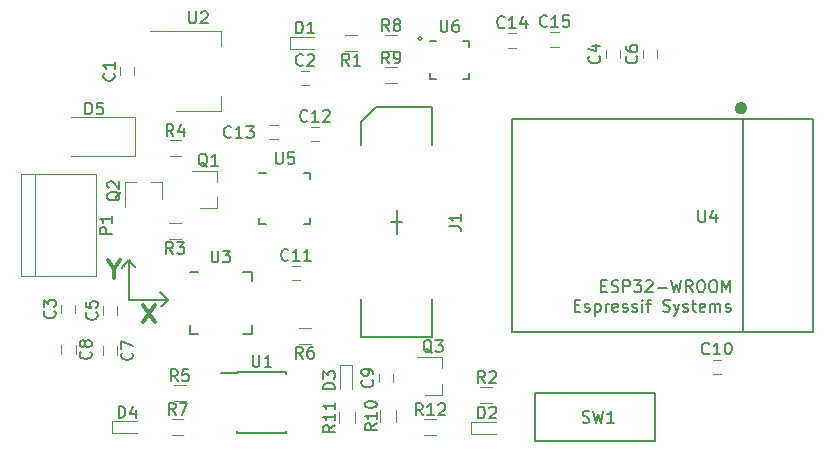
<source format=gto>
G04 #@! TF.GenerationSoftware,KiCad,Pcbnew,no-vcs-found-ecdfa40~58~ubuntu16.04.1*
G04 #@! TF.CreationDate,2017-03-20T23:32:10+01:00*
G04 #@! TF.ProjectId,GhostESP32,47686F737445535033322E6B69636164,rev?*
G04 #@! TF.FileFunction,Legend,Top*
G04 #@! TF.FilePolarity,Positive*
%FSLAX46Y46*%
G04 Gerber Fmt 4.6, Leading zero omitted, Abs format (unit mm)*
G04 Created by KiCad (PCBNEW no-vcs-found-ecdfa40~58~ubuntu16.04.1) date Mon Mar 20 23:32:10 2017*
%MOMM*%
%LPD*%
G01*
G04 APERTURE LIST*
%ADD10C,0.100000*%
%ADD11C,0.300000*%
%ADD12C,0.200000*%
%ADD13C,0.150000*%
%ADD14C,0.120000*%
%ADD15C,0.500000*%
G04 APERTURE END LIST*
D10*
D11*
X123637040Y-92765725D02*
X123637040Y-93480011D01*
X123137040Y-91980011D02*
X123637040Y-92765725D01*
X124137040Y-91980011D01*
X126146940Y-95749371D02*
X127146940Y-97249371D01*
X127146940Y-95749371D02*
X126146940Y-97249371D01*
D12*
X127612140Y-95862140D02*
X127716280Y-95862140D01*
X128229360Y-95349060D02*
X127716280Y-95862140D01*
X127594360Y-94714060D02*
X128229360Y-95349060D01*
X128229360Y-95349060D02*
X127594360Y-94714060D01*
X124919740Y-95349060D02*
X128229360Y-95349060D01*
X124919740Y-92146120D02*
X124919740Y-95349060D01*
X124477780Y-92463620D02*
X124477780Y-92481400D01*
X124371100Y-92588080D02*
X124477780Y-92481400D01*
X124317760Y-92641420D02*
X124371100Y-92588080D01*
X125432820Y-92570300D02*
X125432820Y-92552520D01*
X125204220Y-92323920D02*
X125432820Y-92552520D01*
X124901960Y-92021660D02*
X125204220Y-92323920D01*
X124406660Y-92516960D02*
X124901960Y-92021660D01*
X124901960Y-92021660D02*
X124406660Y-92516960D01*
X149746889Y-73192640D02*
G75*
G03X149746889Y-73192640I-168829J0D01*
G01*
D13*
X169511980Y-103268780D02*
X159351980Y-103268780D01*
X159351980Y-103268780D02*
X159351980Y-107332780D01*
X159351980Y-107332780D02*
X169511980Y-107332780D01*
X169511980Y-107332780D02*
X169511980Y-103268780D01*
X169511980Y-103268780D02*
X169511980Y-103268780D01*
D14*
X125385120Y-75656960D02*
X125385120Y-76356960D01*
X124185120Y-76356960D02*
X124185120Y-75656960D01*
X139507480Y-75991160D02*
X140207480Y-75991160D01*
X140207480Y-77191160D02*
X139507480Y-77191160D01*
X120376240Y-95781380D02*
X120376240Y-96481380D01*
X119176240Y-96481380D02*
X119176240Y-95781380D01*
X166492480Y-74188840D02*
X166492480Y-74888840D01*
X165292480Y-74888840D02*
X165292480Y-74188840D01*
X122732240Y-96603300D02*
X122732240Y-95903300D01*
X123932240Y-95903300D02*
X123932240Y-96603300D01*
X168435160Y-74904080D02*
X168435160Y-74204080D01*
X169635160Y-74204080D02*
X169635160Y-74904080D01*
X123932240Y-99296740D02*
X123932240Y-99996740D01*
X122732240Y-99996740D02*
X122732240Y-99296740D01*
X119216880Y-99915460D02*
X119216880Y-99215460D01*
X120416880Y-99215460D02*
X120416880Y-99915460D01*
X147272300Y-101633540D02*
X147272300Y-102333540D01*
X146072300Y-102333540D02*
X146072300Y-101633540D01*
X174351200Y-100428500D02*
X175051200Y-100428500D01*
X175051200Y-101628500D02*
X174351200Y-101628500D01*
X138532080Y-73099040D02*
X140632080Y-73099040D01*
X138532080Y-74099040D02*
X140632080Y-74099040D01*
X138532080Y-73099040D02*
X138532080Y-74099040D01*
X153934640Y-105689780D02*
X153934640Y-106689780D01*
X153934640Y-106689780D02*
X156034640Y-106689780D01*
X153934640Y-105689780D02*
X156034640Y-105689780D01*
X143781400Y-100833400D02*
X142781400Y-100833400D01*
X142781400Y-100833400D02*
X142781400Y-102933400D01*
X143781400Y-100833400D02*
X143781400Y-102933400D01*
X123505440Y-105646600D02*
X125605440Y-105646600D01*
X123505440Y-106646600D02*
X125605440Y-106646600D01*
X123505440Y-105646600D02*
X123505440Y-106646600D01*
X125465800Y-83204320D02*
X120065800Y-83204320D01*
X125465800Y-79904320D02*
X120065800Y-79904320D01*
X125465800Y-83204320D02*
X125465800Y-79904320D01*
D13*
X147594760Y-88778060D02*
X147094760Y-88778060D01*
X147594760Y-88778060D02*
X148094760Y-88778060D01*
X147594760Y-88778060D02*
X147594760Y-87778060D01*
X147594760Y-88778060D02*
X147594760Y-89778060D01*
X150594760Y-79028060D02*
X145844760Y-79028060D01*
X144594760Y-80278060D02*
X145844760Y-79028060D01*
X144594760Y-80278060D02*
X144594760Y-82278060D01*
X150594760Y-82278060D02*
X150594760Y-79028060D01*
X144594760Y-98528060D02*
X144594760Y-95278060D01*
X150594760Y-98528060D02*
X144594760Y-98528060D01*
X150594760Y-95278060D02*
X150594760Y-98528060D01*
D14*
X115761480Y-84677000D02*
X122171480Y-84677000D01*
X116991480Y-93377000D02*
X116991480Y-84677000D01*
X122171480Y-93377000D02*
X115761480Y-93377000D01*
X122171480Y-84677000D02*
X122171480Y-93377000D01*
X115761480Y-84677000D02*
X115761480Y-93377000D01*
X132428520Y-87609800D02*
X132428520Y-86679800D01*
X132428520Y-84449800D02*
X132428520Y-85379800D01*
X132428520Y-84449800D02*
X130268520Y-84449800D01*
X132428520Y-87609800D02*
X130968520Y-87609800D01*
X127744340Y-85361240D02*
X127744340Y-86821240D01*
X124584340Y-85361240D02*
X124584340Y-87521240D01*
X124584340Y-85361240D02*
X125514340Y-85361240D01*
X127744340Y-85361240D02*
X126814340Y-85361240D01*
X144248760Y-74304440D02*
X143248760Y-74304440D01*
X143248760Y-72944440D02*
X144248760Y-72944440D01*
X155650820Y-104078320D02*
X154650820Y-104078320D01*
X154650820Y-102718320D02*
X155650820Y-102718320D01*
X129326260Y-90242940D02*
X128326260Y-90242940D01*
X128326260Y-88882940D02*
X129326260Y-88882940D01*
X129371980Y-83179200D02*
X128371980Y-83179200D01*
X128371980Y-81819200D02*
X129371980Y-81819200D01*
X128725040Y-102568460D02*
X129725040Y-102568460D01*
X129725040Y-103928460D02*
X128725040Y-103928460D01*
X140327000Y-99099920D02*
X139327000Y-99099920D01*
X139327000Y-97739920D02*
X140327000Y-97739920D01*
X129554860Y-106783420D02*
X128554860Y-106783420D01*
X128554860Y-105423420D02*
X129554860Y-105423420D01*
X147588520Y-104681400D02*
X147588520Y-105681400D01*
X146228520Y-105681400D02*
X146228520Y-104681400D01*
X144047760Y-104808400D02*
X144047760Y-105808400D01*
X142687760Y-105808400D02*
X142687760Y-104808400D01*
D13*
X134104560Y-101538800D02*
X132704560Y-101538800D01*
X134104560Y-106638800D02*
X138254560Y-106638800D01*
X134104560Y-101488800D02*
X138254560Y-101488800D01*
X134104560Y-106638800D02*
X134104560Y-106493800D01*
X138254560Y-106638800D02*
X138254560Y-106493800D01*
X138254560Y-101488800D02*
X138254560Y-101633800D01*
X134104560Y-101488800D02*
X134104560Y-101538800D01*
D14*
X126695160Y-72575400D02*
X132705160Y-72575400D01*
X128945160Y-79395400D02*
X132705160Y-79395400D01*
X132705160Y-72575400D02*
X132705160Y-73835400D01*
X132705160Y-79395400D02*
X132705160Y-78135400D01*
D13*
X135321120Y-92976920D02*
X134571120Y-92976920D01*
X135321120Y-98226920D02*
X134571120Y-98226920D01*
X130071120Y-98226920D02*
X130821120Y-98226920D01*
X130071120Y-92976920D02*
X130821120Y-92976920D01*
X135321120Y-98226920D02*
X135321120Y-97476920D01*
X130071120Y-98226920D02*
X130071120Y-97476920D01*
X135321120Y-92976920D02*
X135321120Y-93726920D01*
D15*
X177032421Y-79131160D02*
G75*
G03X177032421Y-79131160I-283981J0D01*
G01*
D13*
X176894440Y-98037160D02*
X176894440Y-80037160D01*
X182894440Y-80037160D02*
X157394440Y-80037160D01*
X182894440Y-98037160D02*
X157394440Y-98037160D01*
X157394440Y-98037160D02*
X157394440Y-80037160D01*
X182894440Y-98037160D02*
X182894440Y-80037160D01*
D14*
X138717540Y-92506240D02*
X139417540Y-92506240D01*
X139417540Y-93706240D02*
X138717540Y-93706240D01*
X141035520Y-81918100D02*
X140335520Y-81918100D01*
X140335520Y-80718100D02*
X141035520Y-80718100D01*
X136831020Y-80578400D02*
X137531020Y-80578400D01*
X137531020Y-81778400D02*
X136831020Y-81778400D01*
X157030940Y-72795840D02*
X157730940Y-72795840D01*
X157730940Y-73995840D02*
X157030940Y-73995840D01*
X161322500Y-73906940D02*
X160622500Y-73906940D01*
X160622500Y-72706940D02*
X161322500Y-72706940D01*
X147629500Y-74268880D02*
X146629500Y-74268880D01*
X146629500Y-72908880D02*
X147629500Y-72908880D01*
X146621880Y-75654620D02*
X147621880Y-75654620D01*
X147621880Y-77014620D02*
X146621880Y-77014620D01*
D13*
X140287900Y-84613860D02*
X139762900Y-84613860D01*
X140287900Y-88913860D02*
X139762900Y-88913860D01*
X135987900Y-88913860D02*
X136512900Y-88913860D01*
X135987900Y-84613860D02*
X136512900Y-84613860D01*
X140287900Y-88913860D02*
X140287900Y-88388860D01*
X135987900Y-88913860D02*
X135987900Y-88388860D01*
X140287900Y-84613860D02*
X140287900Y-85138860D01*
X153704220Y-73440320D02*
X153204220Y-73440320D01*
X153704220Y-76690320D02*
X153204220Y-76690320D01*
X150454220Y-76690320D02*
X150954220Y-76690320D01*
X150454220Y-73440320D02*
X150954220Y-73440320D01*
X153704220Y-76690320D02*
X153704220Y-76190320D01*
X150454220Y-76690320D02*
X150454220Y-76190320D01*
X153704220Y-73440320D02*
X153704220Y-73940320D01*
D14*
X151445500Y-103390820D02*
X149985500Y-103390820D01*
X151445500Y-100230820D02*
X149285500Y-100230820D01*
X151445500Y-100230820D02*
X151445500Y-101160820D01*
X151445500Y-103390820D02*
X151445500Y-102460820D01*
X149949280Y-105443740D02*
X150949280Y-105443740D01*
X150949280Y-106803740D02*
X149949280Y-106803740D01*
D13*
X163352646Y-105705541D02*
X163495503Y-105753160D01*
X163733599Y-105753160D01*
X163828837Y-105705541D01*
X163876456Y-105657922D01*
X163924075Y-105562684D01*
X163924075Y-105467446D01*
X163876456Y-105372208D01*
X163828837Y-105324589D01*
X163733599Y-105276970D01*
X163543122Y-105229351D01*
X163447884Y-105181732D01*
X163400265Y-105134113D01*
X163352646Y-105038875D01*
X163352646Y-104943637D01*
X163400265Y-104848399D01*
X163447884Y-104800780D01*
X163543122Y-104753160D01*
X163781218Y-104753160D01*
X163924075Y-104800780D01*
X164257408Y-104753160D02*
X164495503Y-105753160D01*
X164685980Y-105038875D01*
X164876456Y-105753160D01*
X165114551Y-104753160D01*
X166019313Y-105753160D02*
X165447884Y-105753160D01*
X165733599Y-105753160D02*
X165733599Y-104753160D01*
X165638360Y-104896018D01*
X165543122Y-104991256D01*
X165447884Y-105038875D01*
X123642262Y-76173626D02*
X123689881Y-76221245D01*
X123737500Y-76364102D01*
X123737500Y-76459340D01*
X123689881Y-76602198D01*
X123594643Y-76697436D01*
X123499405Y-76745055D01*
X123308929Y-76792674D01*
X123166072Y-76792674D01*
X122975596Y-76745055D01*
X122880358Y-76697436D01*
X122785120Y-76602198D01*
X122737500Y-76459340D01*
X122737500Y-76364102D01*
X122785120Y-76221245D01*
X122832739Y-76173626D01*
X123737500Y-75221245D02*
X123737500Y-75792674D01*
X123737500Y-75506960D02*
X122737500Y-75506960D01*
X122880358Y-75602198D01*
X122975596Y-75697436D01*
X123023215Y-75792674D01*
X139690813Y-75448302D02*
X139643194Y-75495921D01*
X139500337Y-75543540D01*
X139405099Y-75543540D01*
X139262241Y-75495921D01*
X139167003Y-75400683D01*
X139119384Y-75305445D01*
X139071765Y-75114969D01*
X139071765Y-74972112D01*
X139119384Y-74781636D01*
X139167003Y-74686398D01*
X139262241Y-74591160D01*
X139405099Y-74543540D01*
X139500337Y-74543540D01*
X139643194Y-74591160D01*
X139690813Y-74638779D01*
X140071765Y-74638779D02*
X140119384Y-74591160D01*
X140214622Y-74543540D01*
X140452718Y-74543540D01*
X140547956Y-74591160D01*
X140595575Y-74638779D01*
X140643194Y-74734017D01*
X140643194Y-74829255D01*
X140595575Y-74972112D01*
X140024146Y-75543540D01*
X140643194Y-75543540D01*
X118633382Y-96298046D02*
X118681001Y-96345665D01*
X118728620Y-96488522D01*
X118728620Y-96583760D01*
X118681001Y-96726618D01*
X118585763Y-96821856D01*
X118490525Y-96869475D01*
X118300049Y-96917094D01*
X118157192Y-96917094D01*
X117966716Y-96869475D01*
X117871478Y-96821856D01*
X117776240Y-96726618D01*
X117728620Y-96583760D01*
X117728620Y-96488522D01*
X117776240Y-96345665D01*
X117823859Y-96298046D01*
X117728620Y-95964713D02*
X117728620Y-95345665D01*
X118109573Y-95678999D01*
X118109573Y-95536141D01*
X118157192Y-95440903D01*
X118204811Y-95393284D01*
X118300049Y-95345665D01*
X118538144Y-95345665D01*
X118633382Y-95393284D01*
X118681001Y-95440903D01*
X118728620Y-95536141D01*
X118728620Y-95821856D01*
X118681001Y-95917094D01*
X118633382Y-95964713D01*
X164749622Y-74705506D02*
X164797241Y-74753125D01*
X164844860Y-74895982D01*
X164844860Y-74991220D01*
X164797241Y-75134078D01*
X164702003Y-75229316D01*
X164606765Y-75276935D01*
X164416289Y-75324554D01*
X164273432Y-75324554D01*
X164082956Y-75276935D01*
X163987718Y-75229316D01*
X163892480Y-75134078D01*
X163844860Y-74991220D01*
X163844860Y-74895982D01*
X163892480Y-74753125D01*
X163940099Y-74705506D01*
X164178194Y-73848363D02*
X164844860Y-73848363D01*
X163797241Y-74086459D02*
X164511527Y-74324554D01*
X164511527Y-73705506D01*
X122189382Y-96419966D02*
X122237001Y-96467585D01*
X122284620Y-96610442D01*
X122284620Y-96705680D01*
X122237001Y-96848538D01*
X122141763Y-96943776D01*
X122046525Y-96991395D01*
X121856049Y-97039014D01*
X121713192Y-97039014D01*
X121522716Y-96991395D01*
X121427478Y-96943776D01*
X121332240Y-96848538D01*
X121284620Y-96705680D01*
X121284620Y-96610442D01*
X121332240Y-96467585D01*
X121379859Y-96419966D01*
X121284620Y-95515204D02*
X121284620Y-95991395D01*
X121760811Y-96039014D01*
X121713192Y-95991395D01*
X121665573Y-95896157D01*
X121665573Y-95658061D01*
X121713192Y-95562823D01*
X121760811Y-95515204D01*
X121856049Y-95467585D01*
X122094144Y-95467585D01*
X122189382Y-95515204D01*
X122237001Y-95562823D01*
X122284620Y-95658061D01*
X122284620Y-95896157D01*
X122237001Y-95991395D01*
X122189382Y-96039014D01*
X167892302Y-74720746D02*
X167939921Y-74768365D01*
X167987540Y-74911222D01*
X167987540Y-75006460D01*
X167939921Y-75149318D01*
X167844683Y-75244556D01*
X167749445Y-75292175D01*
X167558969Y-75339794D01*
X167416112Y-75339794D01*
X167225636Y-75292175D01*
X167130398Y-75244556D01*
X167035160Y-75149318D01*
X166987540Y-75006460D01*
X166987540Y-74911222D01*
X167035160Y-74768365D01*
X167082779Y-74720746D01*
X166987540Y-73863603D02*
X166987540Y-74054080D01*
X167035160Y-74149318D01*
X167082779Y-74196937D01*
X167225636Y-74292175D01*
X167416112Y-74339794D01*
X167797064Y-74339794D01*
X167892302Y-74292175D01*
X167939921Y-74244556D01*
X167987540Y-74149318D01*
X167987540Y-73958841D01*
X167939921Y-73863603D01*
X167892302Y-73815984D01*
X167797064Y-73768365D01*
X167558969Y-73768365D01*
X167463731Y-73815984D01*
X167416112Y-73863603D01*
X167368493Y-73958841D01*
X167368493Y-74149318D01*
X167416112Y-74244556D01*
X167463731Y-74292175D01*
X167558969Y-74339794D01*
X125189382Y-99813406D02*
X125237001Y-99861025D01*
X125284620Y-100003882D01*
X125284620Y-100099120D01*
X125237001Y-100241978D01*
X125141763Y-100337216D01*
X125046525Y-100384835D01*
X124856049Y-100432454D01*
X124713192Y-100432454D01*
X124522716Y-100384835D01*
X124427478Y-100337216D01*
X124332240Y-100241978D01*
X124284620Y-100099120D01*
X124284620Y-100003882D01*
X124332240Y-99861025D01*
X124379859Y-99813406D01*
X124284620Y-99480073D02*
X124284620Y-98813406D01*
X125284620Y-99241978D01*
X121674022Y-99732126D02*
X121721641Y-99779745D01*
X121769260Y-99922602D01*
X121769260Y-100017840D01*
X121721641Y-100160698D01*
X121626403Y-100255936D01*
X121531165Y-100303555D01*
X121340689Y-100351174D01*
X121197832Y-100351174D01*
X121007356Y-100303555D01*
X120912118Y-100255936D01*
X120816880Y-100160698D01*
X120769260Y-100017840D01*
X120769260Y-99922602D01*
X120816880Y-99779745D01*
X120864499Y-99732126D01*
X121197832Y-99160698D02*
X121150213Y-99255936D01*
X121102594Y-99303555D01*
X121007356Y-99351174D01*
X120959737Y-99351174D01*
X120864499Y-99303555D01*
X120816880Y-99255936D01*
X120769260Y-99160698D01*
X120769260Y-98970221D01*
X120816880Y-98874983D01*
X120864499Y-98827364D01*
X120959737Y-98779745D01*
X121007356Y-98779745D01*
X121102594Y-98827364D01*
X121150213Y-98874983D01*
X121197832Y-98970221D01*
X121197832Y-99160698D01*
X121245451Y-99255936D01*
X121293070Y-99303555D01*
X121388308Y-99351174D01*
X121578784Y-99351174D01*
X121674022Y-99303555D01*
X121721641Y-99255936D01*
X121769260Y-99160698D01*
X121769260Y-98970221D01*
X121721641Y-98874983D01*
X121674022Y-98827364D01*
X121578784Y-98779745D01*
X121388308Y-98779745D01*
X121293070Y-98827364D01*
X121245451Y-98874983D01*
X121197832Y-98970221D01*
X145529442Y-102150206D02*
X145577061Y-102197825D01*
X145624680Y-102340682D01*
X145624680Y-102435920D01*
X145577061Y-102578778D01*
X145481823Y-102674016D01*
X145386585Y-102721635D01*
X145196109Y-102769254D01*
X145053252Y-102769254D01*
X144862776Y-102721635D01*
X144767538Y-102674016D01*
X144672300Y-102578778D01*
X144624680Y-102435920D01*
X144624680Y-102340682D01*
X144672300Y-102197825D01*
X144719919Y-102150206D01*
X145624680Y-101674016D02*
X145624680Y-101483540D01*
X145577061Y-101388301D01*
X145529442Y-101340682D01*
X145386585Y-101245444D01*
X145196109Y-101197825D01*
X144815157Y-101197825D01*
X144719919Y-101245444D01*
X144672300Y-101293063D01*
X144624680Y-101388301D01*
X144624680Y-101578778D01*
X144672300Y-101674016D01*
X144719919Y-101721635D01*
X144815157Y-101769254D01*
X145053252Y-101769254D01*
X145148490Y-101721635D01*
X145196109Y-101674016D01*
X145243728Y-101578778D01*
X145243728Y-101388301D01*
X145196109Y-101293063D01*
X145148490Y-101245444D01*
X145053252Y-101197825D01*
X174058342Y-99885642D02*
X174010723Y-99933261D01*
X173867866Y-99980880D01*
X173772628Y-99980880D01*
X173629771Y-99933261D01*
X173534533Y-99838023D01*
X173486914Y-99742785D01*
X173439295Y-99552309D01*
X173439295Y-99409452D01*
X173486914Y-99218976D01*
X173534533Y-99123738D01*
X173629771Y-99028500D01*
X173772628Y-98980880D01*
X173867866Y-98980880D01*
X174010723Y-99028500D01*
X174058342Y-99076119D01*
X175010723Y-99980880D02*
X174439295Y-99980880D01*
X174725009Y-99980880D02*
X174725009Y-98980880D01*
X174629771Y-99123738D01*
X174534533Y-99218976D01*
X174439295Y-99266595D01*
X175629771Y-98980880D02*
X175725009Y-98980880D01*
X175820247Y-99028500D01*
X175867866Y-99076119D01*
X175915485Y-99171357D01*
X175963104Y-99361833D01*
X175963104Y-99599928D01*
X175915485Y-99790404D01*
X175867866Y-99885642D01*
X175820247Y-99933261D01*
X175725009Y-99980880D01*
X175629771Y-99980880D01*
X175534533Y-99933261D01*
X175486914Y-99885642D01*
X175439295Y-99790404D01*
X175391676Y-99599928D01*
X175391676Y-99361833D01*
X175439295Y-99171357D01*
X175486914Y-99076119D01*
X175534533Y-99028500D01*
X175629771Y-98980880D01*
X139093984Y-72801420D02*
X139093984Y-71801420D01*
X139332080Y-71801420D01*
X139474937Y-71849040D01*
X139570175Y-71944278D01*
X139617794Y-72039516D01*
X139665413Y-72229992D01*
X139665413Y-72372849D01*
X139617794Y-72563325D01*
X139570175Y-72658563D01*
X139474937Y-72753801D01*
X139332080Y-72801420D01*
X139093984Y-72801420D01*
X140617794Y-72801420D02*
X140046365Y-72801420D01*
X140332080Y-72801420D02*
X140332080Y-71801420D01*
X140236841Y-71944278D01*
X140141603Y-72039516D01*
X140046365Y-72087135D01*
X154496544Y-105392160D02*
X154496544Y-104392160D01*
X154734640Y-104392160D01*
X154877497Y-104439780D01*
X154972735Y-104535018D01*
X155020354Y-104630256D01*
X155067973Y-104820732D01*
X155067973Y-104963589D01*
X155020354Y-105154065D01*
X154972735Y-105249303D01*
X154877497Y-105344541D01*
X154734640Y-105392160D01*
X154496544Y-105392160D01*
X155448925Y-104487399D02*
X155496544Y-104439780D01*
X155591782Y-104392160D01*
X155829878Y-104392160D01*
X155925116Y-104439780D01*
X155972735Y-104487399D01*
X156020354Y-104582637D01*
X156020354Y-104677875D01*
X155972735Y-104820732D01*
X155401306Y-105392160D01*
X156020354Y-105392160D01*
X142367260Y-102942615D02*
X141367260Y-102942615D01*
X141367260Y-102704520D01*
X141414880Y-102561662D01*
X141510118Y-102466424D01*
X141605356Y-102418805D01*
X141795832Y-102371186D01*
X141938689Y-102371186D01*
X142129165Y-102418805D01*
X142224403Y-102466424D01*
X142319641Y-102561662D01*
X142367260Y-102704520D01*
X142367260Y-102942615D01*
X141367260Y-102037853D02*
X141367260Y-101418805D01*
X141748213Y-101752139D01*
X141748213Y-101609281D01*
X141795832Y-101514043D01*
X141843451Y-101466424D01*
X141938689Y-101418805D01*
X142176784Y-101418805D01*
X142272022Y-101466424D01*
X142319641Y-101514043D01*
X142367260Y-101609281D01*
X142367260Y-101894996D01*
X142319641Y-101990234D01*
X142272022Y-102037853D01*
X124067344Y-105348980D02*
X124067344Y-104348980D01*
X124305440Y-104348980D01*
X124448297Y-104396600D01*
X124543535Y-104491838D01*
X124591154Y-104587076D01*
X124638773Y-104777552D01*
X124638773Y-104920409D01*
X124591154Y-105110885D01*
X124543535Y-105206123D01*
X124448297Y-105301361D01*
X124305440Y-105348980D01*
X124067344Y-105348980D01*
X125495916Y-104682314D02*
X125495916Y-105348980D01*
X125257820Y-104301361D02*
X125019725Y-105015647D01*
X125638773Y-105015647D01*
X121247944Y-79649580D02*
X121247944Y-78649580D01*
X121486040Y-78649580D01*
X121628897Y-78697200D01*
X121724135Y-78792438D01*
X121771754Y-78887676D01*
X121819373Y-79078152D01*
X121819373Y-79221009D01*
X121771754Y-79411485D01*
X121724135Y-79506723D01*
X121628897Y-79601961D01*
X121486040Y-79649580D01*
X121247944Y-79649580D01*
X122724135Y-78649580D02*
X122247944Y-78649580D01*
X122200325Y-79125771D01*
X122247944Y-79078152D01*
X122343182Y-79030533D01*
X122581278Y-79030533D01*
X122676516Y-79078152D01*
X122724135Y-79125771D01*
X122771754Y-79221009D01*
X122771754Y-79459104D01*
X122724135Y-79554342D01*
X122676516Y-79601961D01*
X122581278Y-79649580D01*
X122343182Y-79649580D01*
X122247944Y-79601961D01*
X122200325Y-79554342D01*
X152047140Y-89111393D02*
X152761426Y-89111393D01*
X152904283Y-89159012D01*
X152999521Y-89254250D01*
X153047140Y-89397107D01*
X153047140Y-89492345D01*
X153047140Y-88111393D02*
X153047140Y-88682821D01*
X153047140Y-88397107D02*
X152047140Y-88397107D01*
X152189998Y-88492345D01*
X152285236Y-88587583D01*
X152332855Y-88682821D01*
X123483860Y-89765095D02*
X122483860Y-89765095D01*
X122483860Y-89384142D01*
X122531480Y-89288904D01*
X122579099Y-89241285D01*
X122674337Y-89193666D01*
X122817194Y-89193666D01*
X122912432Y-89241285D01*
X122960051Y-89288904D01*
X123007670Y-89384142D01*
X123007670Y-89765095D01*
X123483860Y-88241285D02*
X123483860Y-88812714D01*
X123483860Y-88527000D02*
X122483860Y-88527000D01*
X122626718Y-88622238D01*
X122721956Y-88717476D01*
X122769575Y-88812714D01*
X131573281Y-84077419D02*
X131478043Y-84029800D01*
X131382805Y-83934561D01*
X131239948Y-83791704D01*
X131144710Y-83744085D01*
X131049472Y-83744085D01*
X131097091Y-83982180D02*
X131001853Y-83934561D01*
X130906615Y-83839323D01*
X130858996Y-83648847D01*
X130858996Y-83315514D01*
X130906615Y-83125038D01*
X131001853Y-83029800D01*
X131097091Y-82982180D01*
X131287567Y-82982180D01*
X131382805Y-83029800D01*
X131478043Y-83125038D01*
X131525662Y-83315514D01*
X131525662Y-83648847D01*
X131478043Y-83839323D01*
X131382805Y-83934561D01*
X131287567Y-83982180D01*
X131097091Y-83982180D01*
X132478043Y-83982180D02*
X131906615Y-83982180D01*
X132192329Y-83982180D02*
X132192329Y-82982180D01*
X132097091Y-83125038D01*
X132001853Y-83220276D01*
X131906615Y-83267895D01*
X124211959Y-86216478D02*
X124164340Y-86311716D01*
X124069101Y-86406954D01*
X123926244Y-86549811D01*
X123878625Y-86645049D01*
X123878625Y-86740287D01*
X124116720Y-86692668D02*
X124069101Y-86787906D01*
X123973863Y-86883144D01*
X123783387Y-86930763D01*
X123450054Y-86930763D01*
X123259578Y-86883144D01*
X123164340Y-86787906D01*
X123116720Y-86692668D01*
X123116720Y-86502192D01*
X123164340Y-86406954D01*
X123259578Y-86311716D01*
X123450054Y-86264097D01*
X123783387Y-86264097D01*
X123973863Y-86311716D01*
X124069101Y-86406954D01*
X124116720Y-86502192D01*
X124116720Y-86692668D01*
X123211959Y-85883144D02*
X123164340Y-85835525D01*
X123116720Y-85740287D01*
X123116720Y-85502192D01*
X123164340Y-85406954D01*
X123211959Y-85359335D01*
X123307197Y-85311716D01*
X123402435Y-85311716D01*
X123545292Y-85359335D01*
X124116720Y-85930763D01*
X124116720Y-85311716D01*
X143582093Y-75526820D02*
X143248760Y-75050630D01*
X143010664Y-75526820D02*
X143010664Y-74526820D01*
X143391617Y-74526820D01*
X143486855Y-74574440D01*
X143534474Y-74622059D01*
X143582093Y-74717297D01*
X143582093Y-74860154D01*
X143534474Y-74955392D01*
X143486855Y-75003011D01*
X143391617Y-75050630D01*
X143010664Y-75050630D01*
X144534474Y-75526820D02*
X143963045Y-75526820D01*
X144248760Y-75526820D02*
X144248760Y-74526820D01*
X144153521Y-74669678D01*
X144058283Y-74764916D01*
X143963045Y-74812535D01*
X155080673Y-102395280D02*
X154747340Y-101919090D01*
X154509244Y-102395280D02*
X154509244Y-101395280D01*
X154890197Y-101395280D01*
X154985435Y-101442900D01*
X155033054Y-101490519D01*
X155080673Y-101585757D01*
X155080673Y-101728614D01*
X155033054Y-101823852D01*
X154985435Y-101871471D01*
X154890197Y-101919090D01*
X154509244Y-101919090D01*
X155461625Y-101490519D02*
X155509244Y-101442900D01*
X155604482Y-101395280D01*
X155842578Y-101395280D01*
X155937816Y-101442900D01*
X155985435Y-101490519D01*
X156033054Y-101585757D01*
X156033054Y-101680995D01*
X155985435Y-101823852D01*
X155414006Y-102395280D01*
X156033054Y-102395280D01*
X128659593Y-91465320D02*
X128326260Y-90989130D01*
X128088164Y-91465320D02*
X128088164Y-90465320D01*
X128469117Y-90465320D01*
X128564355Y-90512940D01*
X128611974Y-90560559D01*
X128659593Y-90655797D01*
X128659593Y-90798654D01*
X128611974Y-90893892D01*
X128564355Y-90941511D01*
X128469117Y-90989130D01*
X128088164Y-90989130D01*
X128992926Y-90465320D02*
X129611974Y-90465320D01*
X129278640Y-90846273D01*
X129421498Y-90846273D01*
X129516736Y-90893892D01*
X129564355Y-90941511D01*
X129611974Y-91036749D01*
X129611974Y-91274844D01*
X129564355Y-91370082D01*
X129516736Y-91417701D01*
X129421498Y-91465320D01*
X129135783Y-91465320D01*
X129040545Y-91417701D01*
X128992926Y-91370082D01*
X128705313Y-81501580D02*
X128371980Y-81025390D01*
X128133884Y-81501580D02*
X128133884Y-80501580D01*
X128514837Y-80501580D01*
X128610075Y-80549200D01*
X128657694Y-80596819D01*
X128705313Y-80692057D01*
X128705313Y-80834914D01*
X128657694Y-80930152D01*
X128610075Y-80977771D01*
X128514837Y-81025390D01*
X128133884Y-81025390D01*
X129562456Y-80834914D02*
X129562456Y-81501580D01*
X129324360Y-80453961D02*
X129086265Y-81168247D01*
X129705313Y-81168247D01*
X129058373Y-102250840D02*
X128725040Y-101774650D01*
X128486944Y-102250840D02*
X128486944Y-101250840D01*
X128867897Y-101250840D01*
X128963135Y-101298460D01*
X129010754Y-101346079D01*
X129058373Y-101441317D01*
X129058373Y-101584174D01*
X129010754Y-101679412D01*
X128963135Y-101727031D01*
X128867897Y-101774650D01*
X128486944Y-101774650D01*
X129963135Y-101250840D02*
X129486944Y-101250840D01*
X129439325Y-101727031D01*
X129486944Y-101679412D01*
X129582182Y-101631793D01*
X129820278Y-101631793D01*
X129915516Y-101679412D01*
X129963135Y-101727031D01*
X130010754Y-101822269D01*
X130010754Y-102060364D01*
X129963135Y-102155602D01*
X129915516Y-102203221D01*
X129820278Y-102250840D01*
X129582182Y-102250840D01*
X129486944Y-102203221D01*
X129439325Y-102155602D01*
X139660333Y-100322300D02*
X139327000Y-99846110D01*
X139088904Y-100322300D02*
X139088904Y-99322300D01*
X139469857Y-99322300D01*
X139565095Y-99369920D01*
X139612714Y-99417539D01*
X139660333Y-99512777D01*
X139660333Y-99655634D01*
X139612714Y-99750872D01*
X139565095Y-99798491D01*
X139469857Y-99846110D01*
X139088904Y-99846110D01*
X140517476Y-99322300D02*
X140327000Y-99322300D01*
X140231761Y-99369920D01*
X140184142Y-99417539D01*
X140088904Y-99560396D01*
X140041285Y-99750872D01*
X140041285Y-100131824D01*
X140088904Y-100227062D01*
X140136523Y-100274681D01*
X140231761Y-100322300D01*
X140422238Y-100322300D01*
X140517476Y-100274681D01*
X140565095Y-100227062D01*
X140612714Y-100131824D01*
X140612714Y-99893729D01*
X140565095Y-99798491D01*
X140517476Y-99750872D01*
X140422238Y-99703253D01*
X140231761Y-99703253D01*
X140136523Y-99750872D01*
X140088904Y-99798491D01*
X140041285Y-99893729D01*
X128888193Y-105105800D02*
X128554860Y-104629610D01*
X128316764Y-105105800D02*
X128316764Y-104105800D01*
X128697717Y-104105800D01*
X128792955Y-104153420D01*
X128840574Y-104201039D01*
X128888193Y-104296277D01*
X128888193Y-104439134D01*
X128840574Y-104534372D01*
X128792955Y-104581991D01*
X128697717Y-104629610D01*
X128316764Y-104629610D01*
X129221526Y-104105800D02*
X129888193Y-104105800D01*
X129459621Y-105105800D01*
X145910900Y-105824257D02*
X145434710Y-106157590D01*
X145910900Y-106395685D02*
X144910900Y-106395685D01*
X144910900Y-106014733D01*
X144958520Y-105919495D01*
X145006139Y-105871876D01*
X145101377Y-105824257D01*
X145244234Y-105824257D01*
X145339472Y-105871876D01*
X145387091Y-105919495D01*
X145434710Y-106014733D01*
X145434710Y-106395685D01*
X145910900Y-104871876D02*
X145910900Y-105443304D01*
X145910900Y-105157590D02*
X144910900Y-105157590D01*
X145053758Y-105252828D01*
X145148996Y-105348066D01*
X145196615Y-105443304D01*
X144910900Y-104252828D02*
X144910900Y-104157590D01*
X144958520Y-104062352D01*
X145006139Y-104014733D01*
X145101377Y-103967114D01*
X145291853Y-103919495D01*
X145529948Y-103919495D01*
X145720424Y-103967114D01*
X145815662Y-104014733D01*
X145863281Y-104062352D01*
X145910900Y-104157590D01*
X145910900Y-104252828D01*
X145863281Y-104348066D01*
X145815662Y-104395685D01*
X145720424Y-104443304D01*
X145529948Y-104490923D01*
X145291853Y-104490923D01*
X145101377Y-104443304D01*
X145006139Y-104395685D01*
X144958520Y-104348066D01*
X144910900Y-104252828D01*
X142370140Y-105951257D02*
X141893950Y-106284590D01*
X142370140Y-106522685D02*
X141370140Y-106522685D01*
X141370140Y-106141733D01*
X141417760Y-106046495D01*
X141465379Y-105998876D01*
X141560617Y-105951257D01*
X141703474Y-105951257D01*
X141798712Y-105998876D01*
X141846331Y-106046495D01*
X141893950Y-106141733D01*
X141893950Y-106522685D01*
X142370140Y-104998876D02*
X142370140Y-105570304D01*
X142370140Y-105284590D02*
X141370140Y-105284590D01*
X141512998Y-105379828D01*
X141608236Y-105475066D01*
X141655855Y-105570304D01*
X142370140Y-104046495D02*
X142370140Y-104617923D01*
X142370140Y-104332209D02*
X141370140Y-104332209D01*
X141512998Y-104427447D01*
X141608236Y-104522685D01*
X141655855Y-104617923D01*
X135417655Y-100016180D02*
X135417655Y-100825704D01*
X135465274Y-100920942D01*
X135512893Y-100968561D01*
X135608131Y-101016180D01*
X135798607Y-101016180D01*
X135893845Y-100968561D01*
X135941464Y-100920942D01*
X135989083Y-100825704D01*
X135989083Y-100016180D01*
X136989083Y-101016180D02*
X136417655Y-101016180D01*
X136703369Y-101016180D02*
X136703369Y-100016180D01*
X136608131Y-100159038D01*
X136512893Y-100254276D01*
X136417655Y-100301895D01*
X130033255Y-70937780D02*
X130033255Y-71747304D01*
X130080874Y-71842542D01*
X130128493Y-71890161D01*
X130223731Y-71937780D01*
X130414207Y-71937780D01*
X130509445Y-71890161D01*
X130557064Y-71842542D01*
X130604683Y-71747304D01*
X130604683Y-70937780D01*
X131033255Y-71033019D02*
X131080874Y-70985400D01*
X131176112Y-70937780D01*
X131414207Y-70937780D01*
X131509445Y-70985400D01*
X131557064Y-71033019D01*
X131604683Y-71128257D01*
X131604683Y-71223495D01*
X131557064Y-71366352D01*
X130985636Y-71937780D01*
X131604683Y-71937780D01*
X131934215Y-91179300D02*
X131934215Y-91988824D01*
X131981834Y-92084062D01*
X132029453Y-92131681D01*
X132124691Y-92179300D01*
X132315167Y-92179300D01*
X132410405Y-92131681D01*
X132458024Y-92084062D01*
X132505643Y-91988824D01*
X132505643Y-91179300D01*
X132886596Y-91179300D02*
X133505643Y-91179300D01*
X133172310Y-91560253D01*
X133315167Y-91560253D01*
X133410405Y-91607872D01*
X133458024Y-91655491D01*
X133505643Y-91750729D01*
X133505643Y-91988824D01*
X133458024Y-92084062D01*
X133410405Y-92131681D01*
X133315167Y-92179300D01*
X133029453Y-92179300D01*
X132934215Y-92131681D01*
X132886596Y-92084062D01*
X173151895Y-87783420D02*
X173151895Y-88592944D01*
X173199514Y-88688182D01*
X173247133Y-88735801D01*
X173342371Y-88783420D01*
X173532847Y-88783420D01*
X173628085Y-88735801D01*
X173675704Y-88688182D01*
X173723323Y-88592944D01*
X173723323Y-87783420D01*
X174628085Y-88116754D02*
X174628085Y-88783420D01*
X174389990Y-87735801D02*
X174151895Y-88450087D01*
X174770942Y-88450087D01*
X162684011Y-95823731D02*
X163017344Y-95823731D01*
X163160201Y-96347540D02*
X162684011Y-96347540D01*
X162684011Y-95347540D01*
X163160201Y-95347540D01*
X163541154Y-96299921D02*
X163636392Y-96347540D01*
X163826868Y-96347540D01*
X163922106Y-96299921D01*
X163969725Y-96204683D01*
X163969725Y-96157064D01*
X163922106Y-96061826D01*
X163826868Y-96014207D01*
X163684011Y-96014207D01*
X163588773Y-95966588D01*
X163541154Y-95871350D01*
X163541154Y-95823731D01*
X163588773Y-95728493D01*
X163684011Y-95680874D01*
X163826868Y-95680874D01*
X163922106Y-95728493D01*
X164398297Y-95680874D02*
X164398297Y-96680874D01*
X164398297Y-95728493D02*
X164493535Y-95680874D01*
X164684011Y-95680874D01*
X164779249Y-95728493D01*
X164826868Y-95776112D01*
X164874487Y-95871350D01*
X164874487Y-96157064D01*
X164826868Y-96252302D01*
X164779249Y-96299921D01*
X164684011Y-96347540D01*
X164493535Y-96347540D01*
X164398297Y-96299921D01*
X165303059Y-96347540D02*
X165303059Y-95680874D01*
X165303059Y-95871350D02*
X165350678Y-95776112D01*
X165398297Y-95728493D01*
X165493535Y-95680874D01*
X165588773Y-95680874D01*
X166303059Y-96299921D02*
X166207820Y-96347540D01*
X166017344Y-96347540D01*
X165922106Y-96299921D01*
X165874487Y-96204683D01*
X165874487Y-95823731D01*
X165922106Y-95728493D01*
X166017344Y-95680874D01*
X166207820Y-95680874D01*
X166303059Y-95728493D01*
X166350678Y-95823731D01*
X166350678Y-95918969D01*
X165874487Y-96014207D01*
X166731630Y-96299921D02*
X166826868Y-96347540D01*
X167017344Y-96347540D01*
X167112582Y-96299921D01*
X167160201Y-96204683D01*
X167160201Y-96157064D01*
X167112582Y-96061826D01*
X167017344Y-96014207D01*
X166874487Y-96014207D01*
X166779249Y-95966588D01*
X166731630Y-95871350D01*
X166731630Y-95823731D01*
X166779249Y-95728493D01*
X166874487Y-95680874D01*
X167017344Y-95680874D01*
X167112582Y-95728493D01*
X167541154Y-96299921D02*
X167636392Y-96347540D01*
X167826868Y-96347540D01*
X167922106Y-96299921D01*
X167969725Y-96204683D01*
X167969725Y-96157064D01*
X167922106Y-96061826D01*
X167826868Y-96014207D01*
X167684011Y-96014207D01*
X167588773Y-95966588D01*
X167541154Y-95871350D01*
X167541154Y-95823731D01*
X167588773Y-95728493D01*
X167684011Y-95680874D01*
X167826868Y-95680874D01*
X167922106Y-95728493D01*
X168398297Y-96347540D02*
X168398297Y-95680874D01*
X168398297Y-95347540D02*
X168350678Y-95395160D01*
X168398297Y-95442779D01*
X168445916Y-95395160D01*
X168398297Y-95347540D01*
X168398297Y-95442779D01*
X168731630Y-95680874D02*
X169112582Y-95680874D01*
X168874487Y-96347540D02*
X168874487Y-95490398D01*
X168922106Y-95395160D01*
X169017344Y-95347540D01*
X169112582Y-95347540D01*
X170160201Y-96299921D02*
X170303059Y-96347540D01*
X170541154Y-96347540D01*
X170636392Y-96299921D01*
X170684011Y-96252302D01*
X170731630Y-96157064D01*
X170731630Y-96061826D01*
X170684011Y-95966588D01*
X170636392Y-95918969D01*
X170541154Y-95871350D01*
X170350678Y-95823731D01*
X170255440Y-95776112D01*
X170207820Y-95728493D01*
X170160201Y-95633255D01*
X170160201Y-95538017D01*
X170207820Y-95442779D01*
X170255440Y-95395160D01*
X170350678Y-95347540D01*
X170588773Y-95347540D01*
X170731630Y-95395160D01*
X171064963Y-95680874D02*
X171303059Y-96347540D01*
X171541154Y-95680874D02*
X171303059Y-96347540D01*
X171207820Y-96585636D01*
X171160201Y-96633255D01*
X171064963Y-96680874D01*
X171874487Y-96299921D02*
X171969725Y-96347540D01*
X172160201Y-96347540D01*
X172255440Y-96299921D01*
X172303059Y-96204683D01*
X172303059Y-96157064D01*
X172255440Y-96061826D01*
X172160201Y-96014207D01*
X172017344Y-96014207D01*
X171922106Y-95966588D01*
X171874487Y-95871350D01*
X171874487Y-95823731D01*
X171922106Y-95728493D01*
X172017344Y-95680874D01*
X172160201Y-95680874D01*
X172255440Y-95728493D01*
X172588773Y-95680874D02*
X172969725Y-95680874D01*
X172731630Y-95347540D02*
X172731630Y-96204683D01*
X172779249Y-96299921D01*
X172874487Y-96347540D01*
X172969725Y-96347540D01*
X173684011Y-96299921D02*
X173588773Y-96347540D01*
X173398297Y-96347540D01*
X173303059Y-96299921D01*
X173255440Y-96204683D01*
X173255440Y-95823731D01*
X173303059Y-95728493D01*
X173398297Y-95680874D01*
X173588773Y-95680874D01*
X173684011Y-95728493D01*
X173731630Y-95823731D01*
X173731630Y-95918969D01*
X173255440Y-96014207D01*
X174160201Y-96347540D02*
X174160201Y-95680874D01*
X174160201Y-95776112D02*
X174207820Y-95728493D01*
X174303059Y-95680874D01*
X174445916Y-95680874D01*
X174541154Y-95728493D01*
X174588773Y-95823731D01*
X174588773Y-96347540D01*
X174588773Y-95823731D02*
X174636392Y-95728493D01*
X174731630Y-95680874D01*
X174874487Y-95680874D01*
X174969725Y-95728493D01*
X175017344Y-95823731D01*
X175017344Y-96347540D01*
X175445916Y-96299921D02*
X175541154Y-96347540D01*
X175731630Y-96347540D01*
X175826868Y-96299921D01*
X175874487Y-96204683D01*
X175874487Y-96157064D01*
X175826868Y-96061826D01*
X175731630Y-96014207D01*
X175588773Y-96014207D01*
X175493535Y-95966588D01*
X175445916Y-95871350D01*
X175445916Y-95823731D01*
X175493535Y-95728493D01*
X175588773Y-95680874D01*
X175731630Y-95680874D01*
X175826868Y-95728493D01*
X164946059Y-94172731D02*
X165279392Y-94172731D01*
X165422249Y-94696540D02*
X164946059Y-94696540D01*
X164946059Y-93696540D01*
X165422249Y-93696540D01*
X165803201Y-94648921D02*
X165946059Y-94696540D01*
X166184154Y-94696540D01*
X166279392Y-94648921D01*
X166327011Y-94601302D01*
X166374630Y-94506064D01*
X166374630Y-94410826D01*
X166327011Y-94315588D01*
X166279392Y-94267969D01*
X166184154Y-94220350D01*
X165993678Y-94172731D01*
X165898440Y-94125112D01*
X165850820Y-94077493D01*
X165803201Y-93982255D01*
X165803201Y-93887017D01*
X165850820Y-93791779D01*
X165898440Y-93744160D01*
X165993678Y-93696540D01*
X166231773Y-93696540D01*
X166374630Y-93744160D01*
X166803201Y-94696540D02*
X166803201Y-93696540D01*
X167184154Y-93696540D01*
X167279392Y-93744160D01*
X167327011Y-93791779D01*
X167374630Y-93887017D01*
X167374630Y-94029874D01*
X167327011Y-94125112D01*
X167279392Y-94172731D01*
X167184154Y-94220350D01*
X166803201Y-94220350D01*
X167707963Y-93696540D02*
X168327011Y-93696540D01*
X167993678Y-94077493D01*
X168136535Y-94077493D01*
X168231773Y-94125112D01*
X168279392Y-94172731D01*
X168327011Y-94267969D01*
X168327011Y-94506064D01*
X168279392Y-94601302D01*
X168231773Y-94648921D01*
X168136535Y-94696540D01*
X167850820Y-94696540D01*
X167755582Y-94648921D01*
X167707963Y-94601302D01*
X168707963Y-93791779D02*
X168755582Y-93744160D01*
X168850820Y-93696540D01*
X169088916Y-93696540D01*
X169184154Y-93744160D01*
X169231773Y-93791779D01*
X169279392Y-93887017D01*
X169279392Y-93982255D01*
X169231773Y-94125112D01*
X168660344Y-94696540D01*
X169279392Y-94696540D01*
X169707963Y-94315588D02*
X170469868Y-94315588D01*
X170850820Y-93696540D02*
X171088916Y-94696540D01*
X171279392Y-93982255D01*
X171469868Y-94696540D01*
X171707963Y-93696540D01*
X172660344Y-94696540D02*
X172327011Y-94220350D01*
X172088916Y-94696540D02*
X172088916Y-93696540D01*
X172469868Y-93696540D01*
X172565106Y-93744160D01*
X172612725Y-93791779D01*
X172660344Y-93887017D01*
X172660344Y-94029874D01*
X172612725Y-94125112D01*
X172565106Y-94172731D01*
X172469868Y-94220350D01*
X172088916Y-94220350D01*
X173279392Y-93696540D02*
X173469868Y-93696540D01*
X173565106Y-93744160D01*
X173660344Y-93839398D01*
X173707963Y-94029874D01*
X173707963Y-94363207D01*
X173660344Y-94553683D01*
X173565106Y-94648921D01*
X173469868Y-94696540D01*
X173279392Y-94696540D01*
X173184154Y-94648921D01*
X173088916Y-94553683D01*
X173041297Y-94363207D01*
X173041297Y-94029874D01*
X173088916Y-93839398D01*
X173184154Y-93744160D01*
X173279392Y-93696540D01*
X174327011Y-93696540D02*
X174517487Y-93696540D01*
X174612725Y-93744160D01*
X174707963Y-93839398D01*
X174755582Y-94029874D01*
X174755582Y-94363207D01*
X174707963Y-94553683D01*
X174612725Y-94648921D01*
X174517487Y-94696540D01*
X174327011Y-94696540D01*
X174231773Y-94648921D01*
X174136535Y-94553683D01*
X174088916Y-94363207D01*
X174088916Y-94029874D01*
X174136535Y-93839398D01*
X174231773Y-93744160D01*
X174327011Y-93696540D01*
X175184154Y-94696540D02*
X175184154Y-93696540D01*
X175517487Y-94410826D01*
X175850820Y-93696540D01*
X175850820Y-94696540D01*
X138424682Y-91963382D02*
X138377063Y-92011001D01*
X138234206Y-92058620D01*
X138138968Y-92058620D01*
X137996111Y-92011001D01*
X137900873Y-91915763D01*
X137853254Y-91820525D01*
X137805635Y-91630049D01*
X137805635Y-91487192D01*
X137853254Y-91296716D01*
X137900873Y-91201478D01*
X137996111Y-91106240D01*
X138138968Y-91058620D01*
X138234206Y-91058620D01*
X138377063Y-91106240D01*
X138424682Y-91153859D01*
X139377063Y-92058620D02*
X138805635Y-92058620D01*
X139091349Y-92058620D02*
X139091349Y-91058620D01*
X138996111Y-91201478D01*
X138900873Y-91296716D01*
X138805635Y-91344335D01*
X140329444Y-92058620D02*
X139758016Y-92058620D01*
X140043730Y-92058620D02*
X140043730Y-91058620D01*
X139948492Y-91201478D01*
X139853254Y-91296716D01*
X139758016Y-91344335D01*
X140042662Y-80175242D02*
X139995043Y-80222861D01*
X139852186Y-80270480D01*
X139756948Y-80270480D01*
X139614091Y-80222861D01*
X139518853Y-80127623D01*
X139471234Y-80032385D01*
X139423615Y-79841909D01*
X139423615Y-79699052D01*
X139471234Y-79508576D01*
X139518853Y-79413338D01*
X139614091Y-79318100D01*
X139756948Y-79270480D01*
X139852186Y-79270480D01*
X139995043Y-79318100D01*
X140042662Y-79365719D01*
X140995043Y-80270480D02*
X140423615Y-80270480D01*
X140709329Y-80270480D02*
X140709329Y-79270480D01*
X140614091Y-79413338D01*
X140518853Y-79508576D01*
X140423615Y-79556195D01*
X141375996Y-79365719D02*
X141423615Y-79318100D01*
X141518853Y-79270480D01*
X141756948Y-79270480D01*
X141852186Y-79318100D01*
X141899805Y-79365719D01*
X141947424Y-79460957D01*
X141947424Y-79556195D01*
X141899805Y-79699052D01*
X141328377Y-80270480D01*
X141947424Y-80270480D01*
X133583442Y-81548242D02*
X133535823Y-81595861D01*
X133392966Y-81643480D01*
X133297728Y-81643480D01*
X133154871Y-81595861D01*
X133059633Y-81500623D01*
X133012014Y-81405385D01*
X132964395Y-81214909D01*
X132964395Y-81072052D01*
X133012014Y-80881576D01*
X133059633Y-80786338D01*
X133154871Y-80691100D01*
X133297728Y-80643480D01*
X133392966Y-80643480D01*
X133535823Y-80691100D01*
X133583442Y-80738719D01*
X134535823Y-81643480D02*
X133964395Y-81643480D01*
X134250109Y-81643480D02*
X134250109Y-80643480D01*
X134154871Y-80786338D01*
X134059633Y-80881576D01*
X133964395Y-80929195D01*
X134869157Y-80643480D02*
X135488204Y-80643480D01*
X135154871Y-81024433D01*
X135297728Y-81024433D01*
X135392966Y-81072052D01*
X135440585Y-81119671D01*
X135488204Y-81214909D01*
X135488204Y-81453004D01*
X135440585Y-81548242D01*
X135392966Y-81595861D01*
X135297728Y-81643480D01*
X135012014Y-81643480D01*
X134916776Y-81595861D01*
X134869157Y-81548242D01*
X156738082Y-72252982D02*
X156690463Y-72300601D01*
X156547606Y-72348220D01*
X156452368Y-72348220D01*
X156309511Y-72300601D01*
X156214273Y-72205363D01*
X156166654Y-72110125D01*
X156119035Y-71919649D01*
X156119035Y-71776792D01*
X156166654Y-71586316D01*
X156214273Y-71491078D01*
X156309511Y-71395840D01*
X156452368Y-71348220D01*
X156547606Y-71348220D01*
X156690463Y-71395840D01*
X156738082Y-71443459D01*
X157690463Y-72348220D02*
X157119035Y-72348220D01*
X157404749Y-72348220D02*
X157404749Y-71348220D01*
X157309511Y-71491078D01*
X157214273Y-71586316D01*
X157119035Y-71633935D01*
X158547606Y-71681554D02*
X158547606Y-72348220D01*
X158309511Y-71300601D02*
X158071416Y-72014887D01*
X158690463Y-72014887D01*
X160329642Y-72164082D02*
X160282023Y-72211701D01*
X160139166Y-72259320D01*
X160043928Y-72259320D01*
X159901071Y-72211701D01*
X159805833Y-72116463D01*
X159758214Y-72021225D01*
X159710595Y-71830749D01*
X159710595Y-71687892D01*
X159758214Y-71497416D01*
X159805833Y-71402178D01*
X159901071Y-71306940D01*
X160043928Y-71259320D01*
X160139166Y-71259320D01*
X160282023Y-71306940D01*
X160329642Y-71354559D01*
X161282023Y-72259320D02*
X160710595Y-72259320D01*
X160996309Y-72259320D02*
X160996309Y-71259320D01*
X160901071Y-71402178D01*
X160805833Y-71497416D01*
X160710595Y-71545035D01*
X162186785Y-71259320D02*
X161710595Y-71259320D01*
X161662976Y-71735511D01*
X161710595Y-71687892D01*
X161805833Y-71640273D01*
X162043928Y-71640273D01*
X162139166Y-71687892D01*
X162186785Y-71735511D01*
X162234404Y-71830749D01*
X162234404Y-72068844D01*
X162186785Y-72164082D01*
X162139166Y-72211701D01*
X162043928Y-72259320D01*
X161805833Y-72259320D01*
X161710595Y-72211701D01*
X161662976Y-72164082D01*
X146962833Y-72591260D02*
X146629500Y-72115070D01*
X146391404Y-72591260D02*
X146391404Y-71591260D01*
X146772357Y-71591260D01*
X146867595Y-71638880D01*
X146915214Y-71686499D01*
X146962833Y-71781737D01*
X146962833Y-71924594D01*
X146915214Y-72019832D01*
X146867595Y-72067451D01*
X146772357Y-72115070D01*
X146391404Y-72115070D01*
X147534261Y-72019832D02*
X147439023Y-71972213D01*
X147391404Y-71924594D01*
X147343785Y-71829356D01*
X147343785Y-71781737D01*
X147391404Y-71686499D01*
X147439023Y-71638880D01*
X147534261Y-71591260D01*
X147724738Y-71591260D01*
X147819976Y-71638880D01*
X147867595Y-71686499D01*
X147915214Y-71781737D01*
X147915214Y-71829356D01*
X147867595Y-71924594D01*
X147819976Y-71972213D01*
X147724738Y-72019832D01*
X147534261Y-72019832D01*
X147439023Y-72067451D01*
X147391404Y-72115070D01*
X147343785Y-72210308D01*
X147343785Y-72400784D01*
X147391404Y-72496022D01*
X147439023Y-72543641D01*
X147534261Y-72591260D01*
X147724738Y-72591260D01*
X147819976Y-72543641D01*
X147867595Y-72496022D01*
X147915214Y-72400784D01*
X147915214Y-72210308D01*
X147867595Y-72115070D01*
X147819976Y-72067451D01*
X147724738Y-72019832D01*
X146955213Y-75337000D02*
X146621880Y-74860810D01*
X146383784Y-75337000D02*
X146383784Y-74337000D01*
X146764737Y-74337000D01*
X146859975Y-74384620D01*
X146907594Y-74432239D01*
X146955213Y-74527477D01*
X146955213Y-74670334D01*
X146907594Y-74765572D01*
X146859975Y-74813191D01*
X146764737Y-74860810D01*
X146383784Y-74860810D01*
X147431403Y-75337000D02*
X147621880Y-75337000D01*
X147717118Y-75289381D01*
X147764737Y-75241762D01*
X147859975Y-75098905D01*
X147907594Y-74908429D01*
X147907594Y-74527477D01*
X147859975Y-74432239D01*
X147812356Y-74384620D01*
X147717118Y-74337000D01*
X147526641Y-74337000D01*
X147431403Y-74384620D01*
X147383784Y-74432239D01*
X147336165Y-74527477D01*
X147336165Y-74765572D01*
X147383784Y-74860810D01*
X147431403Y-74908429D01*
X147526641Y-74956048D01*
X147717118Y-74956048D01*
X147812356Y-74908429D01*
X147859975Y-74860810D01*
X147907594Y-74765572D01*
X137375995Y-82841240D02*
X137375995Y-83650764D01*
X137423614Y-83746002D01*
X137471233Y-83793621D01*
X137566471Y-83841240D01*
X137756947Y-83841240D01*
X137852185Y-83793621D01*
X137899804Y-83746002D01*
X137947423Y-83650764D01*
X137947423Y-82841240D01*
X138899804Y-82841240D02*
X138423614Y-82841240D01*
X138375995Y-83317431D01*
X138423614Y-83269812D01*
X138518852Y-83222193D01*
X138756947Y-83222193D01*
X138852185Y-83269812D01*
X138899804Y-83317431D01*
X138947423Y-83412669D01*
X138947423Y-83650764D01*
X138899804Y-83746002D01*
X138852185Y-83793621D01*
X138756947Y-83841240D01*
X138518852Y-83841240D01*
X138423614Y-83793621D01*
X138375995Y-83746002D01*
X151317315Y-71667700D02*
X151317315Y-72477224D01*
X151364934Y-72572462D01*
X151412553Y-72620081D01*
X151507791Y-72667700D01*
X151698267Y-72667700D01*
X151793505Y-72620081D01*
X151841124Y-72572462D01*
X151888743Y-72477224D01*
X151888743Y-71667700D01*
X152793505Y-71667700D02*
X152603029Y-71667700D01*
X152507791Y-71715320D01*
X152460172Y-71762939D01*
X152364934Y-71905796D01*
X152317315Y-72096272D01*
X152317315Y-72477224D01*
X152364934Y-72572462D01*
X152412553Y-72620081D01*
X152507791Y-72667700D01*
X152698267Y-72667700D01*
X152793505Y-72620081D01*
X152841124Y-72572462D01*
X152888743Y-72477224D01*
X152888743Y-72239129D01*
X152841124Y-72143891D01*
X152793505Y-72096272D01*
X152698267Y-72048653D01*
X152507791Y-72048653D01*
X152412553Y-72096272D01*
X152364934Y-72143891D01*
X152317315Y-72239129D01*
X150590261Y-99858439D02*
X150495023Y-99810820D01*
X150399785Y-99715581D01*
X150256928Y-99572724D01*
X150161690Y-99525105D01*
X150066452Y-99525105D01*
X150114071Y-99763200D02*
X150018833Y-99715581D01*
X149923595Y-99620343D01*
X149875976Y-99429867D01*
X149875976Y-99096534D01*
X149923595Y-98906058D01*
X150018833Y-98810820D01*
X150114071Y-98763200D01*
X150304547Y-98763200D01*
X150399785Y-98810820D01*
X150495023Y-98906058D01*
X150542642Y-99096534D01*
X150542642Y-99429867D01*
X150495023Y-99620343D01*
X150399785Y-99715581D01*
X150304547Y-99763200D01*
X150114071Y-99763200D01*
X150875976Y-98763200D02*
X151495023Y-98763200D01*
X151161690Y-99144153D01*
X151304547Y-99144153D01*
X151399785Y-99191772D01*
X151447404Y-99239391D01*
X151495023Y-99334629D01*
X151495023Y-99572724D01*
X151447404Y-99667962D01*
X151399785Y-99715581D01*
X151304547Y-99763200D01*
X151018833Y-99763200D01*
X150923595Y-99715581D01*
X150875976Y-99667962D01*
X149806422Y-105126120D02*
X149473089Y-104649930D01*
X149234994Y-105126120D02*
X149234994Y-104126120D01*
X149615946Y-104126120D01*
X149711184Y-104173740D01*
X149758803Y-104221359D01*
X149806422Y-104316597D01*
X149806422Y-104459454D01*
X149758803Y-104554692D01*
X149711184Y-104602311D01*
X149615946Y-104649930D01*
X149234994Y-104649930D01*
X150758803Y-105126120D02*
X150187375Y-105126120D01*
X150473089Y-105126120D02*
X150473089Y-104126120D01*
X150377851Y-104268978D01*
X150282613Y-104364216D01*
X150187375Y-104411835D01*
X151139756Y-104221359D02*
X151187375Y-104173740D01*
X151282613Y-104126120D01*
X151520708Y-104126120D01*
X151615946Y-104173740D01*
X151663565Y-104221359D01*
X151711184Y-104316597D01*
X151711184Y-104411835D01*
X151663565Y-104554692D01*
X151092137Y-105126120D01*
X151711184Y-105126120D01*
M02*

</source>
